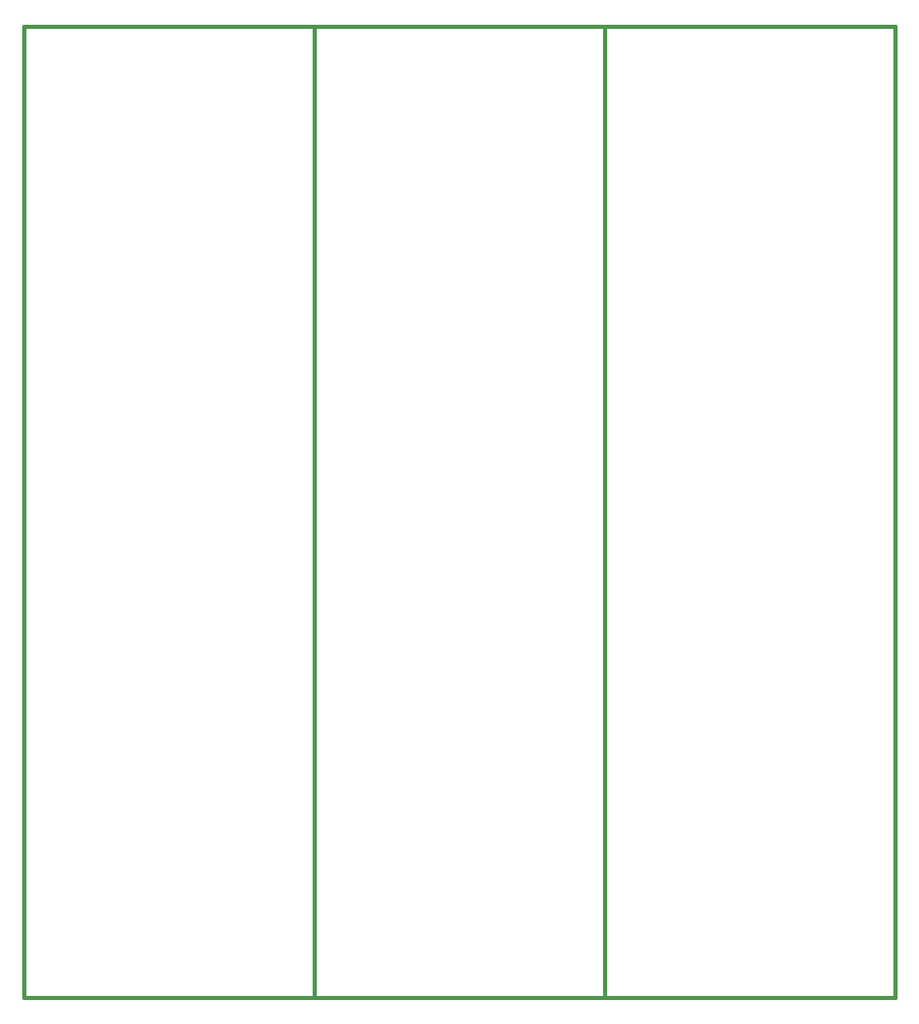
<source format=gbr>
%FSLAX34Y34*%
%MOMM*%
%LNOUTLINE*%
G71*
G01*
%ADD10C, 0.400*%
%LPD*%
G54D10*
X2000Y998000D02*
X300000Y998000D01*
X300200Y2000D01*
X2000Y2000D01*
X2000Y998000D01*
G54D10*
X300000Y998000D02*
X598000Y998000D01*
X598200Y2000D01*
X300000Y2000D01*
X300000Y998000D01*
G54D10*
X598000Y998000D02*
X896000Y998000D01*
X896200Y2000D01*
X598000Y2000D01*
X598000Y998000D01*
M02*

</source>
